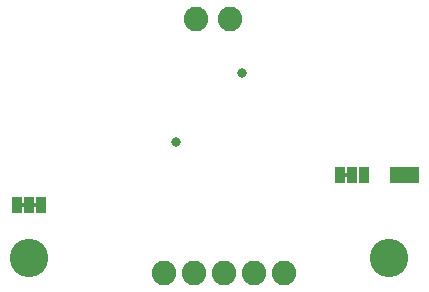
<source format=gbr>
G04 EAGLE Gerber RS-274X export*
G75*
%MOMM*%
%FSLAX34Y34*%
%LPD*%
%INSoldermask Bottom*%
%IPPOS*%
%AMOC8*
5,1,8,0,0,1.08239X$1,22.5*%
G01*
%ADD10C,3.251200*%
%ADD11C,2.082800*%
%ADD12R,0.838200X1.473200*%
%ADD13C,0.803200*%

G36*
X308040Y106057D02*
X308040Y106057D01*
X308106Y106059D01*
X308149Y106077D01*
X308196Y106085D01*
X308253Y106119D01*
X308313Y106144D01*
X308348Y106175D01*
X308389Y106200D01*
X308431Y106251D01*
X308479Y106295D01*
X308501Y106337D01*
X308530Y106374D01*
X308551Y106436D01*
X308582Y106495D01*
X308590Y106549D01*
X308602Y106586D01*
X308601Y106626D01*
X308609Y106680D01*
X308609Y109220D01*
X308598Y109285D01*
X308596Y109351D01*
X308578Y109394D01*
X308570Y109441D01*
X308536Y109498D01*
X308511Y109558D01*
X308480Y109593D01*
X308455Y109634D01*
X308404Y109676D01*
X308360Y109724D01*
X308318Y109746D01*
X308281Y109775D01*
X308219Y109796D01*
X308160Y109827D01*
X308106Y109835D01*
X308069Y109847D01*
X308029Y109846D01*
X307975Y109854D01*
X304165Y109854D01*
X304100Y109843D01*
X304034Y109841D01*
X303991Y109823D01*
X303944Y109815D01*
X303887Y109781D01*
X303827Y109756D01*
X303792Y109725D01*
X303751Y109700D01*
X303710Y109649D01*
X303661Y109605D01*
X303639Y109563D01*
X303610Y109526D01*
X303589Y109464D01*
X303558Y109405D01*
X303550Y109351D01*
X303538Y109314D01*
X303538Y109311D01*
X303539Y109274D01*
X303531Y109220D01*
X303531Y106680D01*
X303542Y106615D01*
X303544Y106549D01*
X303562Y106506D01*
X303570Y106459D01*
X303604Y106402D01*
X303629Y106342D01*
X303660Y106307D01*
X303685Y106266D01*
X303736Y106225D01*
X303780Y106176D01*
X303822Y106154D01*
X303859Y106125D01*
X303921Y106104D01*
X303980Y106073D01*
X304034Y106065D01*
X304071Y106053D01*
X304111Y106054D01*
X304165Y106046D01*
X307975Y106046D01*
X308040Y106057D01*
G37*
G36*
X45150Y80657D02*
X45150Y80657D01*
X45216Y80659D01*
X45259Y80677D01*
X45306Y80685D01*
X45363Y80719D01*
X45423Y80744D01*
X45458Y80775D01*
X45499Y80800D01*
X45541Y80851D01*
X45589Y80895D01*
X45611Y80937D01*
X45640Y80974D01*
X45661Y81036D01*
X45692Y81095D01*
X45700Y81149D01*
X45712Y81186D01*
X45711Y81226D01*
X45719Y81280D01*
X45719Y83820D01*
X45708Y83885D01*
X45706Y83951D01*
X45688Y83994D01*
X45680Y84041D01*
X45646Y84098D01*
X45621Y84158D01*
X45590Y84193D01*
X45565Y84234D01*
X45514Y84276D01*
X45470Y84324D01*
X45428Y84346D01*
X45391Y84375D01*
X45329Y84396D01*
X45270Y84427D01*
X45216Y84435D01*
X45179Y84447D01*
X45139Y84446D01*
X45085Y84454D01*
X41275Y84454D01*
X41210Y84443D01*
X41144Y84441D01*
X41101Y84423D01*
X41054Y84415D01*
X40997Y84381D01*
X40937Y84356D01*
X40902Y84325D01*
X40861Y84300D01*
X40820Y84249D01*
X40771Y84205D01*
X40749Y84163D01*
X40720Y84126D01*
X40699Y84064D01*
X40668Y84005D01*
X40660Y83951D01*
X40648Y83914D01*
X40648Y83911D01*
X40649Y83874D01*
X40641Y83820D01*
X40641Y81280D01*
X40652Y81215D01*
X40654Y81149D01*
X40672Y81106D01*
X40680Y81059D01*
X40714Y81002D01*
X40739Y80942D01*
X40770Y80907D01*
X40795Y80866D01*
X40846Y80825D01*
X40890Y80776D01*
X40932Y80754D01*
X40969Y80725D01*
X41031Y80704D01*
X41090Y80673D01*
X41144Y80665D01*
X41181Y80653D01*
X41221Y80654D01*
X41275Y80646D01*
X45085Y80646D01*
X45150Y80657D01*
G37*
G36*
X34990Y80657D02*
X34990Y80657D01*
X35056Y80659D01*
X35099Y80677D01*
X35146Y80685D01*
X35203Y80719D01*
X35263Y80744D01*
X35298Y80775D01*
X35339Y80800D01*
X35381Y80851D01*
X35429Y80895D01*
X35451Y80937D01*
X35480Y80974D01*
X35501Y81036D01*
X35532Y81095D01*
X35540Y81149D01*
X35552Y81186D01*
X35551Y81226D01*
X35559Y81280D01*
X35559Y83820D01*
X35548Y83885D01*
X35546Y83951D01*
X35528Y83994D01*
X35520Y84041D01*
X35486Y84098D01*
X35461Y84158D01*
X35430Y84193D01*
X35405Y84234D01*
X35354Y84276D01*
X35310Y84324D01*
X35268Y84346D01*
X35231Y84375D01*
X35169Y84396D01*
X35110Y84427D01*
X35056Y84435D01*
X35019Y84447D01*
X34979Y84446D01*
X34925Y84454D01*
X31115Y84454D01*
X31050Y84443D01*
X30984Y84441D01*
X30941Y84423D01*
X30894Y84415D01*
X30837Y84381D01*
X30777Y84356D01*
X30742Y84325D01*
X30701Y84300D01*
X30660Y84249D01*
X30611Y84205D01*
X30589Y84163D01*
X30560Y84126D01*
X30539Y84064D01*
X30508Y84005D01*
X30500Y83951D01*
X30488Y83914D01*
X30488Y83911D01*
X30489Y83874D01*
X30481Y83820D01*
X30481Y81280D01*
X30492Y81215D01*
X30494Y81149D01*
X30512Y81106D01*
X30520Y81059D01*
X30554Y81002D01*
X30579Y80942D01*
X30610Y80907D01*
X30635Y80866D01*
X30686Y80825D01*
X30730Y80776D01*
X30772Y80754D01*
X30809Y80725D01*
X30871Y80704D01*
X30930Y80673D01*
X30984Y80665D01*
X31021Y80653D01*
X31061Y80654D01*
X31115Y80646D01*
X34925Y80646D01*
X34990Y80657D01*
G37*
D10*
X342900Y38100D03*
X38100Y38100D03*
D11*
X152400Y25400D03*
X177800Y25400D03*
X203200Y25400D03*
X228600Y25400D03*
X254000Y25400D03*
D12*
X321310Y107950D03*
X311150Y107950D03*
X300990Y107950D03*
X363728Y107950D03*
X355600Y107950D03*
X347472Y107950D03*
X48260Y82550D03*
X38100Y82550D03*
X27940Y82550D03*
D13*
X162500Y136100D03*
X218500Y194100D03*
D11*
X208280Y240030D03*
X179070Y240030D03*
M02*

</source>
